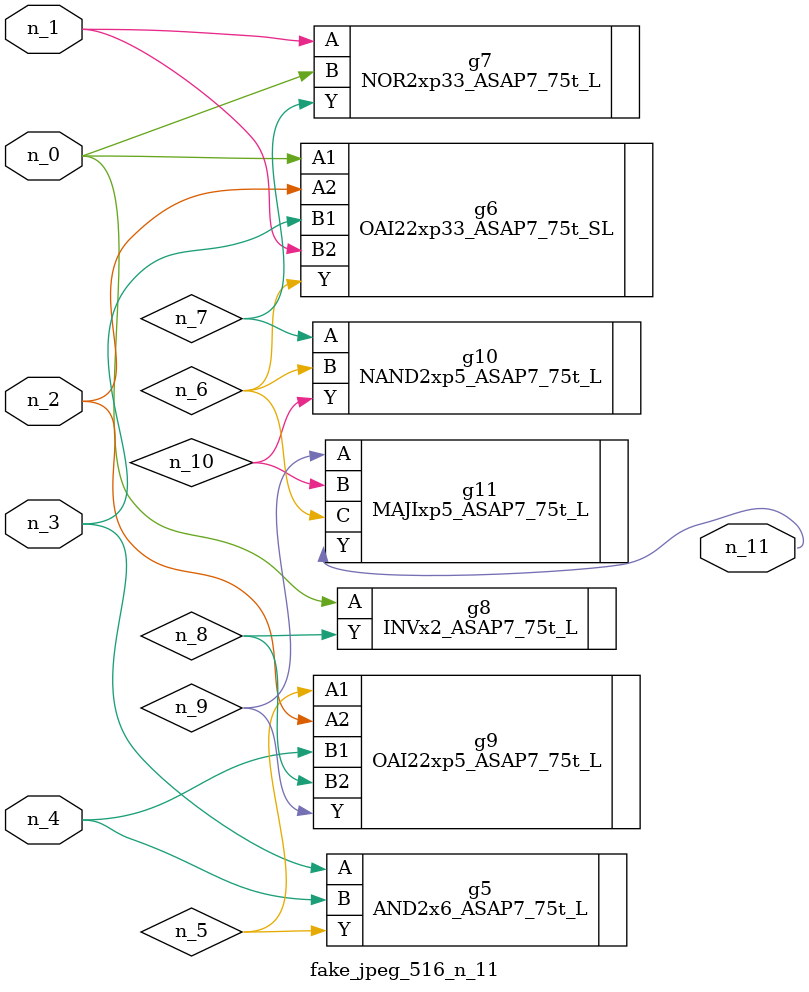
<source format=v>
module fake_jpeg_516_n_11 (n_3, n_2, n_1, n_0, n_4, n_11);

input n_3;
input n_2;
input n_1;
input n_0;
input n_4;

output n_11;

wire n_10;
wire n_8;
wire n_9;
wire n_6;
wire n_5;
wire n_7;

AND2x6_ASAP7_75t_L g5 ( 
.A(n_3),
.B(n_4),
.Y(n_5)
);

OAI22xp33_ASAP7_75t_SL g6 ( 
.A1(n_0),
.A2(n_2),
.B1(n_3),
.B2(n_1),
.Y(n_6)
);

NOR2xp33_ASAP7_75t_L g7 ( 
.A(n_1),
.B(n_0),
.Y(n_7)
);

INVx2_ASAP7_75t_L g8 ( 
.A(n_0),
.Y(n_8)
);

OAI22xp5_ASAP7_75t_L g9 ( 
.A1(n_5),
.A2(n_2),
.B1(n_4),
.B2(n_8),
.Y(n_9)
);

MAJIxp5_ASAP7_75t_L g11 ( 
.A(n_9),
.B(n_10),
.C(n_6),
.Y(n_11)
);

NAND2xp5_ASAP7_75t_L g10 ( 
.A(n_7),
.B(n_6),
.Y(n_10)
);


endmodule
</source>
